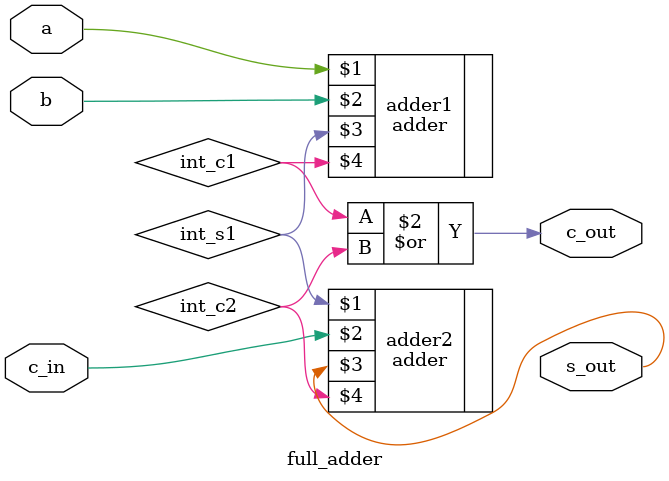
<source format=v>
module full_adder(
    input wire a,
    input wire b,
    input wire c_in,

    output s_out,
    output reg c_out
);

// Internal connections
wire int_s1, int_c1, int_c2;

adder adder1(a, b, int_s1, int_c1);
adder adder2(int_s1, c_in, s_out, int_c2);

always @(*) begin
    c_out = int_c1 | int_c2;
end

endmodule

</source>
